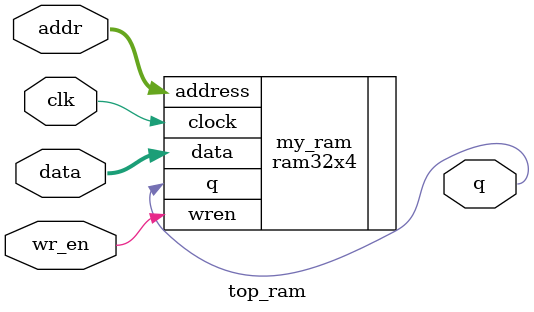
<source format=v>
module top_ram(
	input [4:0] addr,
	input clk,
	input [3:0] data,
	input wr_en,
	output q	
);

	ram32x4 my_ram(
		.address(addr), //input
		.clock(clk), //input
		.data(data), //input
		.wren(wr_en), //input
		.q(q) //output
	);

endmodule 

</source>
